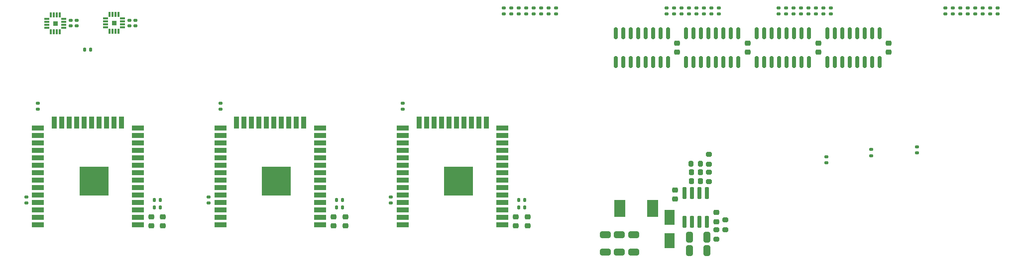
<source format=gbr>
%TF.GenerationSoftware,KiCad,Pcbnew,(6.0.0-0)*%
%TF.CreationDate,2022-02-05T17:25:55+01:00*%
%TF.ProjectId,Mega-Cube-Board,4d656761-2d43-4756-9265-2d426f617264,rev?*%
%TF.SameCoordinates,Original*%
%TF.FileFunction,Paste,Top*%
%TF.FilePolarity,Positive*%
%FSLAX46Y46*%
G04 Gerber Fmt 4.6, Leading zero omitted, Abs format (unit mm)*
G04 Created by KiCad (PCBNEW (6.0.0-0)) date 2022-02-05 17:25:55*
%MOMM*%
%LPD*%
G01*
G04 APERTURE LIST*
G04 Aperture macros list*
%AMRoundRect*
0 Rectangle with rounded corners*
0 $1 Rounding radius*
0 $2 $3 $4 $5 $6 $7 $8 $9 X,Y pos of 4 corners*
0 Add a 4 corners polygon primitive as box body*
4,1,4,$2,$3,$4,$5,$6,$7,$8,$9,$2,$3,0*
0 Add four circle primitives for the rounded corners*
1,1,$1+$1,$2,$3*
1,1,$1+$1,$4,$5*
1,1,$1+$1,$6,$7*
1,1,$1+$1,$8,$9*
0 Add four rect primitives between the rounded corners*
20,1,$1+$1,$2,$3,$4,$5,0*
20,1,$1+$1,$4,$5,$6,$7,0*
20,1,$1+$1,$6,$7,$8,$9,0*
20,1,$1+$1,$8,$9,$2,$3,0*%
G04 Aperture macros list end*
%ADD10C,0.010000*%
%ADD11RoundRect,0.135000X0.185000X-0.135000X0.185000X0.135000X-0.185000X0.135000X-0.185000X-0.135000X0*%
%ADD12RoundRect,0.042000X0.258000X-0.943000X0.258000X0.943000X-0.258000X0.943000X-0.258000X-0.943000X0*%
%ADD13RoundRect,0.250000X-0.650000X0.325000X-0.650000X-0.325000X0.650000X-0.325000X0.650000X0.325000X0*%
%ADD14RoundRect,0.225000X0.250000X-0.225000X0.250000X0.225000X-0.250000X0.225000X-0.250000X-0.225000X0*%
%ADD15R,1.800000X2.500000*%
%ADD16RoundRect,0.135000X-0.185000X0.135000X-0.185000X-0.135000X0.185000X-0.135000X0.185000X0.135000X0*%
%ADD17RoundRect,0.150000X-0.150000X0.825000X-0.150000X-0.825000X0.150000X-0.825000X0.150000X0.825000X0*%
%ADD18RoundRect,0.200000X-0.275000X0.200000X-0.275000X-0.200000X0.275000X-0.200000X0.275000X0.200000X0*%
%ADD19RoundRect,0.135000X0.135000X0.185000X-0.135000X0.185000X-0.135000X-0.185000X0.135000X-0.185000X0*%
%ADD20RoundRect,0.008100X0.126900X-0.411900X0.126900X0.411900X-0.126900X0.411900X-0.126900X-0.411900X0*%
%ADD21RoundRect,0.008100X0.411900X-0.126900X0.411900X0.126900X-0.411900X0.126900X-0.411900X-0.126900X0*%
%ADD22RoundRect,0.225000X0.225000X0.250000X-0.225000X0.250000X-0.225000X-0.250000X0.225000X-0.250000X0*%
%ADD23RoundRect,0.250000X0.325000X0.650000X-0.325000X0.650000X-0.325000X-0.650000X0.325000X-0.650000X0*%
%ADD24R,2.000000X0.900000*%
%ADD25R,0.900000X2.000000*%
%ADD26R,5.000000X5.000000*%
%ADD27RoundRect,0.200000X0.200000X0.275000X-0.200000X0.275000X-0.200000X-0.275000X0.200000X-0.275000X0*%
%ADD28RoundRect,0.225000X-0.250000X0.225000X-0.250000X-0.225000X0.250000X-0.225000X0.250000X0.225000X0*%
%ADD29RoundRect,0.200000X0.275000X-0.200000X0.275000X0.200000X-0.275000X0.200000X-0.275000X-0.200000X0*%
%ADD30R,1.950000X3.000000*%
%ADD31RoundRect,0.140000X0.170000X-0.140000X0.170000X0.140000X-0.170000X0.140000X-0.170000X-0.140000X0*%
%ADD32RoundRect,0.135000X-0.135000X-0.185000X0.135000X-0.185000X0.135000X0.185000X-0.135000X0.185000X0*%
G04 APERTURE END LIST*
D10*
%TO.C,U9*%
X-636920000Y-373100000D02*
X-636920000Y-372400000D01*
X-636920000Y-372400000D02*
X-636220000Y-372400000D01*
X-636220000Y-372400000D02*
X-636220000Y-373100000D01*
X-636220000Y-373100000D02*
X-636920000Y-373100000D01*
G36*
X-636220000Y-373100000D02*
G01*
X-636920000Y-373100000D01*
X-636920000Y-372400000D01*
X-636220000Y-372400000D01*
X-636220000Y-373100000D01*
G37*
X-636220000Y-373100000D02*
X-636920000Y-373100000D01*
X-636920000Y-372400000D01*
X-636220000Y-372400000D01*
X-636220000Y-373100000D01*
%TO.C,U8*%
X-646900000Y-373175000D02*
X-646900000Y-372475000D01*
X-646900000Y-372475000D02*
X-646200000Y-372475000D01*
X-646200000Y-372475000D02*
X-646200000Y-373175000D01*
X-646200000Y-373175000D02*
X-646900000Y-373175000D01*
G36*
X-646200000Y-373175000D02*
G01*
X-646900000Y-373175000D01*
X-646900000Y-372475000D01*
X-646200000Y-372475000D01*
X-646200000Y-373175000D01*
G37*
X-646200000Y-373175000D02*
X-646900000Y-373175000D01*
X-646900000Y-372475000D01*
X-646200000Y-372475000D01*
X-646200000Y-373175000D01*
%TD*%
D11*
%TO.C,R38*%
X-570285000Y-371225000D03*
X-570285000Y-370205000D03*
%TD*%
%TO.C,R24*%
X-534995000Y-371260000D03*
X-534995000Y-370240000D03*
%TD*%
D12*
%TO.C,U2*%
X-539533694Y-406720065D03*
X-538263694Y-406720065D03*
X-536993694Y-406720065D03*
X-535723694Y-406720065D03*
X-535723694Y-401780065D03*
X-536993694Y-401780065D03*
X-538263694Y-401780065D03*
X-539533694Y-401780065D03*
%TD*%
D11*
%TO.C,R6*%
X-486255000Y-371260000D03*
X-486255000Y-370240000D03*
%TD*%
D13*
%TO.C,C_OUT_1*%
X-548228694Y-408955065D03*
X-548228694Y-411905065D03*
%TD*%
D14*
%TO.C,C18*%
X-597250000Y-407425000D03*
X-597250000Y-405875000D03*
%TD*%
D15*
%TO.C,D1*%
X-542128694Y-405955065D03*
X-542128694Y-409955065D03*
%TD*%
D16*
%TO.C,R48*%
X-651500000Y-402490000D03*
X-651500000Y-403510000D03*
%TD*%
D17*
%TO.C,U6*%
X-518370000Y-374525000D03*
X-519640000Y-374525000D03*
X-520910000Y-374525000D03*
X-522180000Y-374525000D03*
X-523450000Y-374525000D03*
X-524720000Y-374525000D03*
X-525990000Y-374525000D03*
X-527260000Y-374525000D03*
X-527260000Y-379475000D03*
X-525990000Y-379475000D03*
X-524720000Y-379475000D03*
X-523450000Y-379475000D03*
X-522180000Y-379475000D03*
X-520910000Y-379475000D03*
X-519640000Y-379475000D03*
X-518370000Y-379475000D03*
%TD*%
D11*
%TO.C,R13*%
X-495145000Y-371260000D03*
X-495145000Y-370240000D03*
%TD*%
%TO.C,R41*%
X-515400000Y-396610000D03*
X-515400000Y-395590000D03*
%TD*%
D16*
%TO.C,R53*%
X-618500000Y-386490000D03*
X-618500000Y-387510000D03*
%TD*%
D18*
%TO.C,R_EN_B1*%
X-532603694Y-406405065D03*
X-532603694Y-408055065D03*
%TD*%
D19*
%TO.C,R44*%
X-597740000Y-403000000D03*
X-598760000Y-403000000D03*
%TD*%
D20*
%TO.C,U9*%
X-637320000Y-374185000D03*
X-636820000Y-374185000D03*
X-636320000Y-374185000D03*
X-635820000Y-374185000D03*
D21*
X-635135000Y-373500000D03*
X-635135000Y-373000000D03*
X-635135000Y-372500000D03*
X-635135000Y-372000000D03*
D20*
X-635820000Y-371315000D03*
X-636320000Y-371315000D03*
X-636820000Y-371315000D03*
X-637320000Y-371315000D03*
D21*
X-638005000Y-372000000D03*
X-638005000Y-372500000D03*
X-638005000Y-373000000D03*
X-638005000Y-373500000D03*
%TD*%
D22*
%TO.C,C_COMP2*%
X-536853694Y-399780065D03*
X-538403694Y-399780065D03*
%TD*%
D14*
%TO.C,C25*%
X-504815000Y-377775000D03*
X-504815000Y-376225000D03*
%TD*%
D11*
%TO.C,R15*%
X-514675000Y-371260000D03*
X-514675000Y-370240000D03*
%TD*%
%TO.C,R16*%
X-515945000Y-371260000D03*
X-515945000Y-370240000D03*
%TD*%
D19*
%TO.C,R45*%
X-628740000Y-404250000D03*
X-629760000Y-404250000D03*
%TD*%
D11*
%TO.C,R36*%
X-567745000Y-371225000D03*
X-567745000Y-370205000D03*
%TD*%
D23*
%TO.C,C_IN_1*%
X-535753694Y-409305065D03*
X-538703694Y-409305065D03*
%TD*%
D19*
%TO.C,R42*%
X-566750000Y-403000000D03*
X-567770000Y-403000000D03*
%TD*%
D24*
%TO.C,ESP2*%
X-601500000Y-407255000D03*
X-601500000Y-405985000D03*
X-601500000Y-404715000D03*
X-601500000Y-403445000D03*
X-601500000Y-402175000D03*
X-601500000Y-400905000D03*
X-601500000Y-399635000D03*
X-601500000Y-398365000D03*
X-601500000Y-397095000D03*
X-601500000Y-395825000D03*
X-601500000Y-394555000D03*
X-601500000Y-393285000D03*
X-601500000Y-392015000D03*
X-601500000Y-390745000D03*
D25*
X-604285000Y-389745000D03*
X-605555000Y-389745000D03*
X-606825000Y-389745000D03*
X-608095000Y-389745000D03*
X-609365000Y-389745000D03*
X-610635000Y-389745000D03*
X-611905000Y-389745000D03*
X-613175000Y-389745000D03*
X-614445000Y-389745000D03*
X-615715000Y-389745000D03*
D24*
X-618500000Y-390745000D03*
X-618500000Y-392015000D03*
X-618500000Y-393285000D03*
X-618500000Y-394555000D03*
X-618500000Y-395825000D03*
X-618500000Y-397095000D03*
X-618500000Y-398365000D03*
X-618500000Y-399635000D03*
X-618500000Y-400905000D03*
X-618500000Y-402175000D03*
X-618500000Y-403445000D03*
X-618500000Y-404715000D03*
X-618500000Y-405985000D03*
X-618500000Y-407255000D03*
D26*
X-609000000Y-399755000D03*
%TD*%
D11*
%TO.C,R8*%
X-488795000Y-371260000D03*
X-488795000Y-370240000D03*
%TD*%
%TO.C,R20*%
X-521025000Y-371260000D03*
X-521025000Y-370240000D03*
%TD*%
D27*
%TO.C,R_FB_B1*%
X-536803694Y-396780065D03*
X-538453694Y-396780065D03*
%TD*%
D17*
%TO.C,U4*%
X-506370000Y-374525000D03*
X-507640000Y-374525000D03*
X-508910000Y-374525000D03*
X-510180000Y-374525000D03*
X-511450000Y-374525000D03*
X-512720000Y-374525000D03*
X-513990000Y-374525000D03*
X-515260000Y-374525000D03*
X-515260000Y-379475000D03*
X-513990000Y-379475000D03*
X-512720000Y-379475000D03*
X-511450000Y-379475000D03*
X-510180000Y-379475000D03*
X-508910000Y-379475000D03*
X-507640000Y-379475000D03*
X-506370000Y-379475000D03*
%TD*%
D11*
%TO.C,R39*%
X-500000000Y-394910000D03*
X-500000000Y-393890000D03*
%TD*%
%TO.C,R22*%
X-523565000Y-371260000D03*
X-523565000Y-370240000D03*
%TD*%
D28*
%TO.C,C_SS1*%
X-534128694Y-405130065D03*
X-534128694Y-406680065D03*
%TD*%
D11*
%TO.C,R43*%
X-507800000Y-395410000D03*
X-507800000Y-394390000D03*
%TD*%
D19*
%TO.C,R47*%
X-597740000Y-404250000D03*
X-598760000Y-404250000D03*
%TD*%
D11*
%TO.C,R31*%
X-561395000Y-371225000D03*
X-561395000Y-370205000D03*
%TD*%
D22*
%TO.C,C_COMP1*%
X-536853694Y-398280065D03*
X-538403694Y-398280065D03*
%TD*%
D11*
%TO.C,R28*%
X-540075000Y-371260000D03*
X-540075000Y-370240000D03*
%TD*%
D16*
%TO.C,R51*%
X-587500000Y-386490000D03*
X-587500000Y-387510000D03*
%TD*%
D29*
%TO.C,R_COMP1*%
X-535378694Y-399855065D03*
X-535378694Y-398205065D03*
%TD*%
D18*
%TO.C,R_FB_T1*%
X-535378694Y-395205065D03*
X-535378694Y-396855065D03*
%TD*%
D19*
%TO.C,R46*%
X-566740000Y-404250000D03*
X-567760000Y-404250000D03*
%TD*%
D30*
%TO.C,L1*%
X-545006194Y-404455065D03*
X-550551194Y-404455065D03*
%TD*%
D16*
%TO.C,R49*%
X-649500000Y-386490000D03*
X-649500000Y-387510000D03*
%TD*%
D14*
%TO.C,C23*%
X-528815000Y-377775000D03*
X-528815000Y-376225000D03*
%TD*%
D11*
%TO.C,R23*%
X-533725000Y-371260000D03*
X-533725000Y-370240000D03*
%TD*%
%TO.C,R33*%
X-563935000Y-371225000D03*
X-563935000Y-370205000D03*
%TD*%
D29*
%TO.C,R_EN_T1*%
X-534128694Y-409705065D03*
X-534128694Y-408055065D03*
%TD*%
D11*
%TO.C,R11*%
X-492605000Y-371260000D03*
X-492605000Y-370240000D03*
%TD*%
%TO.C,R10*%
X-491335000Y-371260000D03*
X-491335000Y-370240000D03*
%TD*%
D14*
%TO.C,C21*%
X-628250000Y-407425000D03*
X-628250000Y-405875000D03*
%TD*%
D31*
%TO.C,C12*%
X-633950000Y-373257500D03*
X-633950000Y-372297500D03*
%TD*%
D11*
%TO.C,R18*%
X-518485000Y-371260000D03*
X-518485000Y-370240000D03*
%TD*%
D14*
%TO.C,C_BOOT1*%
X-541128694Y-402805065D03*
X-541128694Y-401255065D03*
%TD*%
D13*
%TO.C,C_OUT_2*%
X-550628694Y-408955065D03*
X-550628694Y-411905065D03*
%TD*%
D24*
%TO.C,ESP3*%
X-632500000Y-407255000D03*
X-632500000Y-405985000D03*
X-632500000Y-404715000D03*
X-632500000Y-403445000D03*
X-632500000Y-402175000D03*
X-632500000Y-400905000D03*
X-632500000Y-399635000D03*
X-632500000Y-398365000D03*
X-632500000Y-397095000D03*
X-632500000Y-395825000D03*
X-632500000Y-394555000D03*
X-632500000Y-393285000D03*
X-632500000Y-392015000D03*
X-632500000Y-390745000D03*
D25*
X-635285000Y-389745000D03*
X-636555000Y-389745000D03*
X-637825000Y-389745000D03*
X-639095000Y-389745000D03*
X-640365000Y-389745000D03*
X-641635000Y-389745000D03*
X-642905000Y-389745000D03*
X-644175000Y-389745000D03*
X-645445000Y-389745000D03*
X-646715000Y-389745000D03*
D24*
X-649500000Y-390745000D03*
X-649500000Y-392015000D03*
X-649500000Y-393285000D03*
X-649500000Y-394555000D03*
X-649500000Y-395825000D03*
X-649500000Y-397095000D03*
X-649500000Y-398365000D03*
X-649500000Y-399635000D03*
X-649500000Y-400905000D03*
X-649500000Y-402175000D03*
X-649500000Y-403445000D03*
X-649500000Y-404715000D03*
X-649500000Y-405985000D03*
X-649500000Y-407255000D03*
D26*
X-640000000Y-399755000D03*
%TD*%
D11*
%TO.C,R17*%
X-517215000Y-371260000D03*
X-517215000Y-370240000D03*
%TD*%
D31*
%TO.C,C15*%
X-632975000Y-373257500D03*
X-632975000Y-372297500D03*
%TD*%
D11*
%TO.C,R21*%
X-522295000Y-371260000D03*
X-522295000Y-370240000D03*
%TD*%
%TO.C,R12*%
X-493875000Y-371260000D03*
X-493875000Y-370240000D03*
%TD*%
D14*
%TO.C,C22*%
X-516815000Y-377775000D03*
X-516815000Y-376225000D03*
%TD*%
D31*
%TO.C,C14*%
X-642950000Y-373305000D03*
X-642950000Y-372345000D03*
%TD*%
D14*
%TO.C,C20*%
X-566250000Y-407425000D03*
X-566250000Y-405875000D03*
%TD*%
D11*
%TO.C,R26*%
X-537535000Y-371260000D03*
X-537535000Y-370240000D03*
%TD*%
%TO.C,R25*%
X-536265000Y-371260000D03*
X-536265000Y-370240000D03*
%TD*%
%TO.C,R27*%
X-538805000Y-371260000D03*
X-538805000Y-370240000D03*
%TD*%
%TO.C,R34*%
X-565205000Y-371225000D03*
X-565205000Y-370205000D03*
%TD*%
D13*
%TO.C,C_OUT_3*%
X-553028694Y-408955065D03*
X-553028694Y-411905065D03*
%TD*%
D11*
%TO.C,R32*%
X-562665000Y-371225000D03*
X-562665000Y-370205000D03*
%TD*%
D16*
%TO.C,R50*%
X-589500000Y-402490000D03*
X-589500000Y-403510000D03*
%TD*%
D11*
%TO.C,R9*%
X-490065000Y-371260000D03*
X-490065000Y-370240000D03*
%TD*%
D31*
%TO.C,C13*%
X-643925000Y-373305000D03*
X-643925000Y-372345000D03*
%TD*%
D14*
%TO.C,C17*%
X-599250000Y-407425000D03*
X-599250000Y-405875000D03*
%TD*%
%TO.C,C16*%
X-630250000Y-407425000D03*
X-630250000Y-405875000D03*
%TD*%
D17*
%TO.C,U10*%
X-530370000Y-374525000D03*
X-531640000Y-374525000D03*
X-532910000Y-374525000D03*
X-534180000Y-374525000D03*
X-535450000Y-374525000D03*
X-536720000Y-374525000D03*
X-537990000Y-374525000D03*
X-539260000Y-374525000D03*
X-539260000Y-379475000D03*
X-537990000Y-379475000D03*
X-536720000Y-379475000D03*
X-535450000Y-379475000D03*
X-534180000Y-379475000D03*
X-532910000Y-379475000D03*
X-531640000Y-379475000D03*
X-530370000Y-379475000D03*
%TD*%
D32*
%TO.C,R14*%
X-641610000Y-377300000D03*
X-640590000Y-377300000D03*
%TD*%
D16*
%TO.C,R52*%
X-620500000Y-402490000D03*
X-620500000Y-403510000D03*
%TD*%
D24*
%TO.C,ESP1*%
X-570500000Y-407255000D03*
X-570500000Y-405985000D03*
X-570500000Y-404715000D03*
X-570500000Y-403445000D03*
X-570500000Y-402175000D03*
X-570500000Y-400905000D03*
X-570500000Y-399635000D03*
X-570500000Y-398365000D03*
X-570500000Y-397095000D03*
X-570500000Y-395825000D03*
X-570500000Y-394555000D03*
X-570500000Y-393285000D03*
X-570500000Y-392015000D03*
X-570500000Y-390745000D03*
D25*
X-573285000Y-389745000D03*
X-574555000Y-389745000D03*
X-575825000Y-389745000D03*
X-577095000Y-389745000D03*
X-578365000Y-389745000D03*
X-579635000Y-389745000D03*
X-580905000Y-389745000D03*
X-582175000Y-389745000D03*
X-583445000Y-389745000D03*
X-584715000Y-389745000D03*
D24*
X-587500000Y-390745000D03*
X-587500000Y-392015000D03*
X-587500000Y-393285000D03*
X-587500000Y-394555000D03*
X-587500000Y-395825000D03*
X-587500000Y-397095000D03*
X-587500000Y-398365000D03*
X-587500000Y-399635000D03*
X-587500000Y-400905000D03*
X-587500000Y-402175000D03*
X-587500000Y-403445000D03*
X-587500000Y-404715000D03*
X-587500000Y-405985000D03*
X-587500000Y-407255000D03*
D26*
X-578000000Y-399755000D03*
%TD*%
D11*
%TO.C,R37*%
X-569015000Y-371225000D03*
X-569015000Y-370205000D03*
%TD*%
D23*
%TO.C,C_IN_2*%
X-535753694Y-411605065D03*
X-538703694Y-411605065D03*
%TD*%
D14*
%TO.C,C24*%
X-540815000Y-377775000D03*
X-540815000Y-376225000D03*
%TD*%
%TO.C,C19*%
X-568250000Y-407425000D03*
X-568250000Y-405875000D03*
%TD*%
D17*
%TO.C,U11*%
X-542370000Y-374525000D03*
X-543640000Y-374525000D03*
X-544910000Y-374525000D03*
X-546180000Y-374525000D03*
X-547450000Y-374525000D03*
X-548720000Y-374525000D03*
X-549990000Y-374525000D03*
X-551260000Y-374525000D03*
X-551260000Y-379475000D03*
X-549990000Y-379475000D03*
X-548720000Y-379475000D03*
X-547450000Y-379475000D03*
X-546180000Y-379475000D03*
X-544910000Y-379475000D03*
X-543640000Y-379475000D03*
X-542370000Y-379475000D03*
%TD*%
D11*
%TO.C,R30*%
X-542615000Y-371260000D03*
X-542615000Y-370240000D03*
%TD*%
%TO.C,R7*%
X-487525000Y-371260000D03*
X-487525000Y-370240000D03*
%TD*%
%TO.C,R29*%
X-541345000Y-371260000D03*
X-541345000Y-370240000D03*
%TD*%
%TO.C,R19*%
X-519755000Y-371260000D03*
X-519755000Y-370240000D03*
%TD*%
%TO.C,R35*%
X-566475000Y-371225000D03*
X-566475000Y-370205000D03*
%TD*%
D20*
%TO.C,U8*%
X-647300000Y-374260000D03*
X-646800000Y-374260000D03*
X-646300000Y-374260000D03*
X-645800000Y-374260000D03*
D21*
X-645115000Y-373575000D03*
X-645115000Y-373075000D03*
X-645115000Y-372575000D03*
X-645115000Y-372075000D03*
D20*
X-645800000Y-371390000D03*
X-646300000Y-371390000D03*
X-646800000Y-371390000D03*
X-647300000Y-371390000D03*
D21*
X-647985000Y-372075000D03*
X-647985000Y-372575000D03*
X-647985000Y-373075000D03*
X-647985000Y-373575000D03*
%TD*%
D19*
%TO.C,R40*%
X-628740000Y-403000000D03*
X-629760000Y-403000000D03*
%TD*%
M02*

</source>
